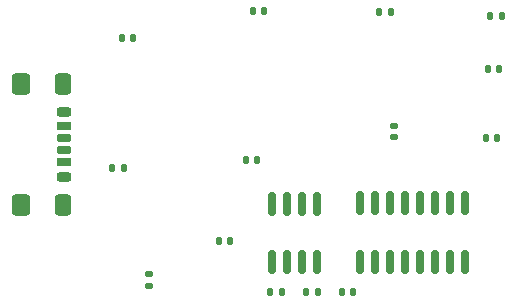
<source format=gbr>
%TF.GenerationSoftware,KiCad,Pcbnew,8.0.2*%
%TF.CreationDate,2024-06-03T00:30:19+01:00*%
%TF.ProjectId,Ruler_V2_KiCad,52756c65-725f-4563-925f-4b694361642e,rev?*%
%TF.SameCoordinates,Original*%
%TF.FileFunction,Paste,Bot*%
%TF.FilePolarity,Positive*%
%FSLAX46Y46*%
G04 Gerber Fmt 4.6, Leading zero omitted, Abs format (unit mm)*
G04 Created by KiCad (PCBNEW 8.0.2) date 2024-06-03 00:30:19*
%MOMM*%
%LPD*%
G01*
G04 APERTURE LIST*
G04 Aperture macros list*
%AMRoundRect*
0 Rectangle with rounded corners*
0 $1 Rounding radius*
0 $2 $3 $4 $5 $6 $7 $8 $9 X,Y pos of 4 corners*
0 Add a 4 corners polygon primitive as box body*
4,1,4,$2,$3,$4,$5,$6,$7,$8,$9,$2,$3,0*
0 Add four circle primitives for the rounded corners*
1,1,$1+$1,$2,$3*
1,1,$1+$1,$4,$5*
1,1,$1+$1,$6,$7*
1,1,$1+$1,$8,$9*
0 Add four rect primitives between the rounded corners*
20,1,$1+$1,$2,$3,$4,$5,0*
20,1,$1+$1,$4,$5,$6,$7,0*
20,1,$1+$1,$6,$7,$8,$9,0*
20,1,$1+$1,$8,$9,$2,$3,0*%
G04 Aperture macros list end*
%ADD10RoundRect,0.135000X0.135000X0.185000X-0.135000X0.185000X-0.135000X-0.185000X0.135000X-0.185000X0*%
%ADD11RoundRect,0.175000X0.425000X-0.175000X0.425000X0.175000X-0.425000X0.175000X-0.425000X-0.175000X0*%
%ADD12RoundRect,0.190000X-0.410000X0.190000X-0.410000X-0.190000X0.410000X-0.190000X0.410000X0.190000X0*%
%ADD13RoundRect,0.200000X-0.400000X0.200000X-0.400000X-0.200000X0.400000X-0.200000X0.400000X0.200000X0*%
%ADD14RoundRect,0.175000X-0.425000X0.175000X-0.425000X-0.175000X0.425000X-0.175000X0.425000X0.175000X0*%
%ADD15RoundRect,0.190000X0.410000X-0.190000X0.410000X0.190000X-0.410000X0.190000X-0.410000X-0.190000X0*%
%ADD16RoundRect,0.200000X0.400000X-0.200000X0.400000X0.200000X-0.400000X0.200000X-0.400000X-0.200000X0*%
%ADD17RoundRect,0.250000X0.425000X-0.650000X0.425000X0.650000X-0.425000X0.650000X-0.425000X-0.650000X0*%
%ADD18RoundRect,0.250000X0.500000X-0.650000X0.500000X0.650000X-0.500000X0.650000X-0.500000X-0.650000X0*%
%ADD19RoundRect,0.147500X0.147500X0.172500X-0.147500X0.172500X-0.147500X-0.172500X0.147500X-0.172500X0*%
%ADD20RoundRect,0.147500X-0.147500X-0.172500X0.147500X-0.172500X0.147500X0.172500X-0.147500X0.172500X0*%
%ADD21RoundRect,0.147500X0.172500X-0.147500X0.172500X0.147500X-0.172500X0.147500X-0.172500X-0.147500X0*%
%ADD22RoundRect,0.140000X-0.140000X-0.170000X0.140000X-0.170000X0.140000X0.170000X-0.140000X0.170000X0*%
%ADD23RoundRect,0.150000X-0.150000X0.850000X-0.150000X-0.850000X0.150000X-0.850000X0.150000X0.850000X0*%
%ADD24RoundRect,0.150000X-0.150000X0.825000X-0.150000X-0.825000X0.150000X-0.825000X0.150000X0.825000X0*%
G04 APERTURE END LIST*
D10*
%TO.C,R103*%
X101990000Y-112500000D03*
X103010000Y-112500000D03*
%TD*%
%TO.C,R102*%
X117590000Y-89100000D03*
X118610000Y-89100000D03*
%TD*%
%TO.C,R101*%
X98990000Y-112500000D03*
X100010000Y-112500000D03*
%TD*%
D11*
%TO.C,J102*%
X81532500Y-100500000D03*
D12*
X81532500Y-98480000D03*
D13*
X81532500Y-97250000D03*
D14*
X81532500Y-99500000D03*
D15*
X81532500Y-101520000D03*
D16*
X81532500Y-102750000D03*
D17*
X81477500Y-105125000D03*
D18*
X77897500Y-105125000D03*
D17*
X81477500Y-94875000D03*
D18*
X77897500Y-94875000D03*
%TD*%
D19*
%TO.C,D110*%
X94615000Y-108200000D03*
X95585000Y-108200000D03*
%TD*%
D20*
%TO.C,D109*%
X97885000Y-101300000D03*
X96915000Y-101300000D03*
%TD*%
D19*
%TO.C,D108*%
X117215000Y-99500000D03*
X118185000Y-99500000D03*
%TD*%
D20*
%TO.C,D107*%
X87385000Y-91000000D03*
X86415000Y-91000000D03*
%TD*%
D19*
%TO.C,D106*%
X108215000Y-88800000D03*
X109185000Y-88800000D03*
%TD*%
D21*
%TO.C,D105*%
X109500000Y-98415000D03*
X109500000Y-99385000D03*
%TD*%
%TO.C,D104*%
X88700000Y-111015000D03*
X88700000Y-111985000D03*
%TD*%
D20*
%TO.C,D103*%
X86585000Y-102000000D03*
X85615000Y-102000000D03*
%TD*%
%TO.C,D102*%
X98485000Y-88700000D03*
X97515000Y-88700000D03*
%TD*%
D19*
%TO.C,D101*%
X117415000Y-93600000D03*
X118385000Y-93600000D03*
%TD*%
D22*
%TO.C,C101*%
X105980000Y-112500000D03*
X105020000Y-112500000D03*
%TD*%
D23*
%TO.C,U102*%
X106555000Y-105000000D03*
X107825000Y-105000000D03*
X109095000Y-105000000D03*
X110365000Y-105000000D03*
X111635000Y-105000000D03*
X112905000Y-105000000D03*
X114175000Y-105000000D03*
X115445000Y-105000000D03*
X115445000Y-110000000D03*
X114175000Y-110000000D03*
X112905000Y-110000000D03*
X111635000Y-110000000D03*
X110365000Y-110000000D03*
X109095000Y-110000000D03*
X107825000Y-110000000D03*
X106555000Y-110000000D03*
%TD*%
D24*
%TO.C,U101*%
X99095000Y-105025000D03*
X100365000Y-105025000D03*
X101635000Y-105025000D03*
X102905000Y-105025000D03*
X102905000Y-109975000D03*
X101635000Y-109975000D03*
X100365000Y-109975000D03*
X99095000Y-109975000D03*
%TD*%
M02*

</source>
